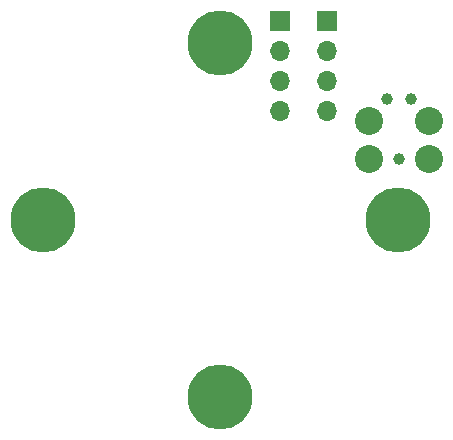
<source format=gbr>
%TF.GenerationSoftware,KiCad,Pcbnew,6.0.5+dfsg-1~bpo11+1*%
%TF.CreationDate,2022-08-22T22:12:17+00:00*%
%TF.ProjectId,LEDcube,4c454463-7562-4652-9e6b-696361645f70,rev?*%
%TF.SameCoordinates,Original*%
%TF.FileFunction,Soldermask,Bot*%
%TF.FilePolarity,Negative*%
%FSLAX46Y46*%
G04 Gerber Fmt 4.6, Leading zero omitted, Abs format (unit mm)*
G04 Created by KiCad (PCBNEW 6.0.5+dfsg-1~bpo11+1) date 2022-08-22 22:12:17*
%MOMM*%
%LPD*%
G01*
G04 APERTURE LIST*
%ADD10C,5.500000*%
%ADD11C,0.990600*%
%ADD12C,2.374900*%
%ADD13R,1.700000X1.700000*%
%ADD14O,1.700000X1.700000*%
G04 APERTURE END LIST*
D10*
%TO.C,H103*%
X100000000Y-115000000D03*
%TD*%
%TO.C,H104*%
X85000000Y-100000000D03*
%TD*%
%TO.C,H102*%
X115000000Y-100000000D03*
%TD*%
%TO.C,H101*%
X100000000Y-85000000D03*
%TD*%
D11*
%TO.C,J103*%
X114084000Y-89760000D03*
D12*
X112560000Y-94840000D03*
D11*
X116116000Y-89760000D03*
D12*
X117640000Y-94840000D03*
D11*
X115100000Y-94840000D03*
D12*
X112560000Y-91665000D03*
X117640000Y-91665000D03*
%TD*%
D13*
%TO.C,J101*%
X105000000Y-83200000D03*
D14*
X105000000Y-85740000D03*
X105000000Y-88280000D03*
X105000000Y-90820000D03*
%TD*%
D13*
%TO.C,J102*%
X109000000Y-83200000D03*
D14*
X109000000Y-85740000D03*
X109000000Y-88280000D03*
X109000000Y-90820000D03*
%TD*%
M02*

</source>
